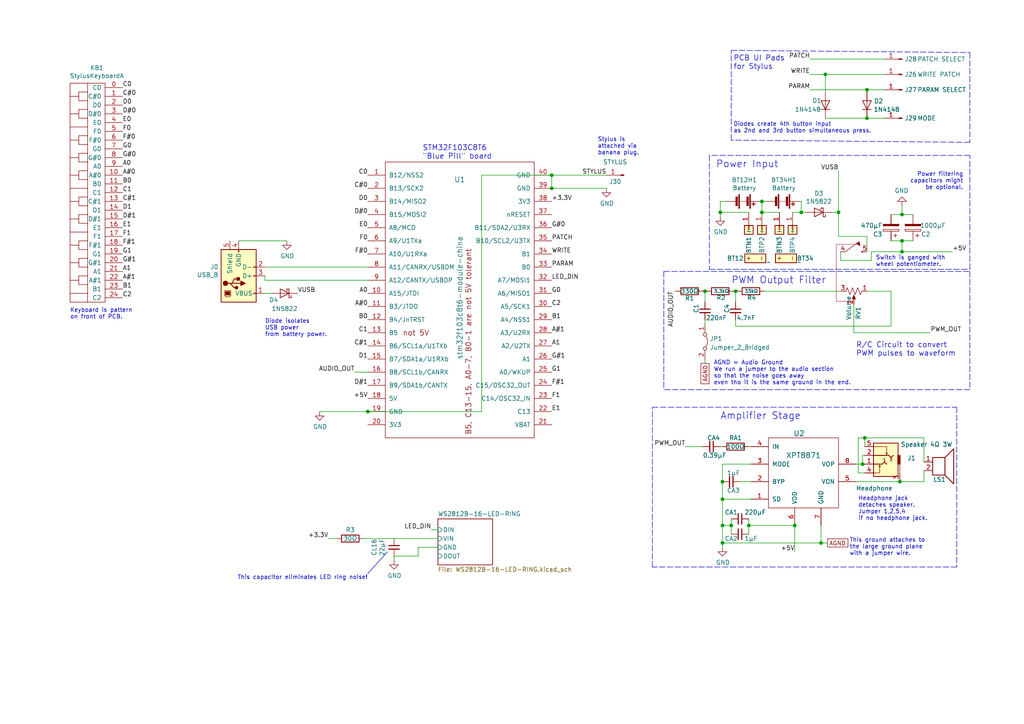
<source format=kicad_sch>
(kicad_sch (version 20211123) (generator eeschema)
  (paper "A4")
  (title_block (title "\"Stylish\" Trucker Belt Stylus Synthesizer") (date "2023-05-01") (rev "0.32") (company "SoftEgg") (comment 1 "V0.1 T.B. Trzepacz 2018/2/19") (comment 2 "V0.2 T.B. Trzepacz 2018/10/14 USB and headphone added. Diodes for buttons and power.") (comment 3 "V0.3 T.B. Trzepacz 2019/5/7 Amp volume control and power switch") (comment 4 "V0.3.1 T.B. Trzepacz 2019/5/16 Amp volume control change again."))
  (lib_symbols
    (symbol "Jumper:Jumper_2_Bridged" (pin_names (offset 0) hide)
      (property "Reference" "JP" (at 0 1.905 0))
      (property "Value" "Jumper_2_Bridged" (at 0 -2.54 0))
      (symbol "Jumper_2_Bridged_0_0"
        (circle (center -2.032 0) (radius 0.508))
        (circle (center 2.032 0) (radius 0.508))
      )
      (symbol "Jumper_2_Bridged_0_1"
        (arc (start 1.524 0.254) (mid 0 0.762) (end -1.524 0.254))
      )
      (symbol "Jumper_2_Bridged_1_1"
        (pin passive line (at -5.08 0 0) (length 2.54) (name "A") (number "1"))
        (pin passive line (at 5.08 0 180) (length 2.54) (name "B") (number "2"))
      )
    )
    (symbol "SoftEggKicadLib:AABatteryEnd" (pin_names (offset 1.016) hide)
      (property "Reference" "BT" (at 0 2.794 0))
      (property "Value" "AABatteryEnd" (at 0 -5.588 0))
      (symbol "AABatteryEnd_0_0"
        (text "+" (at 0 0.762 0) (effects (font (size 1.1938 1.1938))))
        (text "-" (at 0 -3.048 0) (effects (font (size 1.1938 1.1938))))
      )
      (symbol "AABatteryEnd_1_1"
        (rectangle (start -1.27 1.778) (end 1.27 -4.318) (stroke (width 0.254)) (fill (type background)))
      )
    )
    (symbol "SoftEggKicadLib:StylusKeyboardA" (pin_names (offset 1.016))
      (property "Reference" "KB" (at -10.16 3.81 0))
      (property "Value" "StylusKeyboardA" (at -16.51 -29.21 90))
      (symbol "StylusKeyboardA_0_1"
        (rectangle (start -10.16 -54.61) (end -12.7 -57.15))
        (rectangle (start -10.16 -49.53) (end -12.7 -52.07))
        (rectangle (start -10.16 -44.45) (end -12.7 -46.99))
        (rectangle (start -10.16 -36.83) (end -12.7 -39.37))
        (rectangle (start -10.16 -31.75) (end -12.7 -34.29))
        (rectangle (start -10.16 -24.13) (end -12.7 -26.67))
        (rectangle (start -10.16 -19.05) (end -12.7 -21.59))
        (rectangle (start -10.16 -13.97) (end -12.7 -16.51))
        (rectangle (start -10.16 -6.35) (end -12.7 -8.89))
        (rectangle (start -10.16 -1.27) (end -12.7 -3.81))
        (rectangle (start -5.08 1.27) (end -15.24 -62.23))
        (polyline (pts (xy -15.24 -59.69) (xy -10.16 -59.69)))
        (polyline (pts (xy -15.24 -55.88) (xy -12.7 -55.88)))
        (polyline (pts (xy -15.24 -50.8) (xy -12.7 -50.8)))
        (polyline (pts (xy -15.24 -45.72) (xy -12.7 -45.72)))
        (polyline (pts (xy -15.24 -41.91) (xy -10.16 -41.91)))
        (polyline (pts (xy -15.24 -38.1) (xy -12.7 -38.1)))
        (polyline (pts (xy -15.24 -33.02) (xy -12.7 -33.02)))
        (polyline (pts (xy -15.24 -29.21) (xy -10.16 -29.21)))
        (polyline (pts (xy -15.24 -25.4) (xy -15.24 -25.4)))
        (polyline (pts (xy -15.24 -20.32) (xy -12.7 -20.32)))
        (polyline (pts (xy -15.24 -11.43) (xy -10.16 -11.43)))
        (polyline (pts (xy -12.7 -25.4) (xy -15.24 -25.4)))
        (polyline (pts (xy -12.7 -15.24) (xy -15.24 -15.24)))
        (polyline (pts (xy -12.7 -15.24) (xy -12.7 -15.24)))
        (polyline (pts (xy -12.7 -7.62) (xy -15.24 -7.62)))
        (polyline (pts (xy -12.7 -2.54) (xy -15.24 -2.54)))
        (polyline (pts (xy -10.16 -57.15) (xy -10.16 -62.23)))
        (polyline (pts (xy -10.16 -52.07) (xy -10.16 -54.61)))
        (polyline (pts (xy -10.16 -46.99) (xy -10.16 -49.53)))
        (polyline (pts (xy -10.16 -39.37) (xy -10.16 -44.45)))
        (polyline (pts (xy -10.16 -34.29) (xy -10.16 -36.83)))
        (polyline (pts (xy -10.16 -26.67) (xy -10.16 -31.75)))
        (polyline (pts (xy -10.16 -21.59) (xy -10.16 -24.13)))
        (polyline (pts (xy -10.16 -16.51) (xy -10.16 -19.05)))
        (polyline (pts (xy -10.16 -3.81) (xy -10.16 -6.35)))
        (polyline (pts (xy -10.16 1.27) (xy -10.16 -1.27)))
        (polyline (pts (xy -10.16 -8.89) (xy -10.16 -13.97) (xy -10.16 -11.43)))
      )
      (symbol "StylusKeyboardA_1_1"
        (pin input line (at 0 0 180) (length 5.08) (name "C0") (number "0"))
        (pin input line (at 0 -2.54 180) (length 5.08) (name "C#0") (number "1"))
        (pin input line (at 0 -25.4 180) (length 5.08) (name "A#0") (number "10"))
        (pin input line (at 0 -27.94 180) (length 5.08) (name "B0") (number "11"))
        (pin input line (at 0 -30.48 180) (length 5.08) (name "C1") (number "12"))
        (pin input line (at 0 -33.02 180) (length 5.08) (name "C#1") (number "13"))
        (pin input line (at 0 -35.56 180) (length 5.08) (name "D1") (number "14"))
        (pin input line (at 0 -38.1 180) (length 5.08) (name "D#1") (number "15"))
        (pin input line (at 0 -40.64 180) (length 5.08) (name "E1") (number "16"))
        (pin input line (at 0 -43.18 180) (length 5.08) (name "F1") (number "17"))
        (pin input line (at 0 -45.72 180) (length 5.08) (name "F#1") (number "18"))
        (pin input line (at 0 -48.26 180) (length 5.08) (name "G1") (number "19"))
        (pin input line (at 0 -5.08 180) (length 5.08) (name "D0") (number "2"))
        (pin input line (at 0 -50.8 180) (length 5.08) (name "G#1") (number "20"))
        (pin input line (at 0 -53.34 180) (length 5.08) (name "A1") (number "21"))
        (pin input line (at 0 -55.88 180) (length 5.08) (name "A#1") (number "22"))
        (pin input line (at 0 -58.42 180) (length 5.08) (name "B1") (number "23"))
        (pin input line (at 0 -60.96 180) (length 5.08) (name "C2") (number "24"))
        (pin input line (at 0 -7.62 180) (length 5.08) (name "D#0") (number "3"))
        (pin input line (at 0 -10.16 180) (length 5.08) (name "E0") (number "4"))
        (pin input line (at 0 -12.7 180) (length 5.08) (name "F0") (number "5"))
        (pin input line (at 0 -15.24 180) (length 5.08) (name "F#0") (number "6"))
        (pin input line (at 0 -17.78 180) (length 5.08) (name "G0") (number "7"))
        (pin input line (at 0 -20.32 180) (length 5.08) (name "G#0") (number "8"))
        (pin input line (at 0 -22.86 180) (length 5.08) (name "A0") (number "9"))
      )
    )
    (symbol "SoftEggKicadLib:Switch_Pot" (pin_names (offset 1.016) hide)
      (property "Reference" "RS" (at -16.383 0.381 90))
      (property "Value" "Switch_Pot" (at 4.826 -0.508 90))
      (symbol "Switch_Pot_0_1"
        (circle (center -11.43 2.413) (radius 0.1778) (fill (type outline)))
        (polyline (pts (xy -11.43 -2.54) (xy -14.351 1.524)))
        (polyline (pts (xy 0 -2.286) (xy 0 -2.54)))
        (polyline (pts (xy 0 2.54) (xy 0 2.286)))
        (polyline (pts (xy 2.54 0) (xy 1.524 0)))
        (polyline (pts (xy -14.351 1.524) (xy -13.208 1.778) (xy -13.716 0.762) (xy -14.351 1.524)) (fill (type outline)))
        (polyline (pts (xy -13.589 0.381) (xy -13.589 -5.08) (xy 2.921 -5.08) (xy 2.921 0)) (stroke (width 0.1016)))
        (polyline (pts (xy 1.143 0) (xy 2.286 0.508) (xy 2.286 -0.508) (xy 1.143 0)) (fill (type outline)))
        (polyline (pts (xy 0 -0.762) (xy 1.016 -1.143) (xy 0 -1.524) (xy -1.016 -1.905) (xy 0 -2.286)))
        (polyline (pts (xy 0 0.762) (xy 1.016 0.381) (xy 0 0) (xy -1.016 -0.381) (xy 0 -0.762)))
        (polyline (pts (xy 0 2.286) (xy 1.016 1.905) (xy 0 1.524) (xy -1.016 1.143) (xy 0 0.762)))
      )
      (symbol "Switch_Pot_1_1"
        (pin passive line (at 0 3.81 270) (length 1.27) (name "1") (number "1"))
        (pin passive line (at 3.81 0 180) (length 1.27) (name "2") (number "2"))
        (pin passive line (at 0 -3.81 90) (length 1.27) (name "3") (number "3"))
        (pin passive line (at -11.43 -3.81 90) (length 1.27) (name "~") (number "4"))
        (pin passive line (at -11.43 3.81 270) (length 1.27) (name "~") (number "5"))
      )
    )
    (symbol "SoftEggKicadLib:XPT8871" (pin_names (offset 1.016))
      (property "Reference" "U" (at -1.27 11.43 0))
      (property "Value" "XPT8871" (at 0 5.08 0))
      (symbol "XPT8871_0_1"
        (rectangle (start -10.16 10.16) (end 10.16 -10.16))
      )
      (symbol "XPT8871_1_1"
        (pin input line (at -15.24 -7.62 0) (length 5.08) (name "SD") (number "1"))
        (pin input line (at -15.24 -2.54 0) (length 5.08) (name "BYP") (number "2"))
        (pin input line (at -15.24 2.54 0) (length 5.08) (name "MODE") (number "3"))
        (pin input line (at -15.24 7.62 0) (length 5.08) (name "IN") (number "4"))
        (pin input line (at 15.24 -2.54 180) (length 5.08) (name "VON") (number "5"))
        (pin input line (at -2.54 -15.24 90) (length 5.08) (name "VDD") (number "6"))
        (pin input line (at 5.08 -15.24 90) (length 5.08) (name "GND") (number "7"))
        (pin input line (at 15.24 2.54 180) (length 5.08) (name "VOP") (number "8"))
      )
    )
    (symbol "Stylish-Belt-Synth---Full-rescue:1N4148-diode" (pin_numbers hide) (pin_names (offset 1.016) hide)
      (property "Reference" "D" (at 0 2.54 0))
      (property "Value" "1N4148-diode" (at 0 -2.54 0))
      (symbol "1N4148-diode_0_1"
        (polyline (pts (xy -1.27 1.27) (xy -1.27 -1.27)) (stroke (width 0.2032)))
        (polyline (pts (xy 1.27 0) (xy -1.27 0)))
        (polyline (pts (xy 1.27 1.27) (xy 1.27 -1.27) (xy -1.27 0) (xy 1.27 1.27)) (stroke (width 0.2032)))
      )
      (symbol "1N4148-diode_1_1"
        (pin passive line (at -3.81 0 0) (length 2.54) (name "K") (number "1"))
        (pin passive line (at 3.81 0 180) (length 2.54) (name "A") (number "2"))
      )
    )
    (symbol "Stylish-Belt-Synth---Full-rescue:Audio-Jack-3_2Switches-conn" (pin_names (offset 1.016))
      (property "Reference" "J" (at 0 7.366 0))
      (property "Value" "Audio-Jack-3_2Switches-conn" (at -3.81 -5.08 0))
      (symbol "Audio-Jack-3_2Switches-conn_0_0"
        (rectangle (start -4.572 6.096) (end 2.54 -3.556) (stroke (width 0.254)) (fill (type background)))
        (polyline (pts (xy -5.08 -2.54) (xy -5.08 0)))
        (polyline (pts (xy -1.27 2.794) (xy -1.016 3.302)))
        (polyline (pts (xy 1.016 -0.762) (xy 0.762 -0.254)))
        (polyline (pts (xy 2.54 -2.54) (xy 0.762 -2.54) (xy 0.762 -0.254) (xy 0.508 -0.762)))
        (polyline (pts (xy 2.54 5.08) (xy -1.27 5.08) (xy -1.27 2.794) (xy -1.524 3.302)))
        (text "1" (at -0.635 1.27 0) (effects (font (size 0.762 0.762))))
        (text "2" (at -2.54 1.27 0) (effects (font (size 0.762 0.762))))
      )
      (symbol "Audio-Jack-3_2Switches-conn_0_1"
        (rectangle (start -4.445 0) (end -5.207 2.54) (fill (type outline)))
        (polyline (pts (xy -1.27 0) (xy -0.635 0.635) (xy 0 0) (xy 2.54 0)) (stroke (width 0.254)))
        (polyline (pts (xy 2.54 2.54) (xy -1.905 2.54) (xy -2.54 1.905) (xy -3.175 2.54)) (stroke (width 0.254)))
      )
      (symbol "Audio-Jack-3_2Switches-conn_1_1"
        (pin passive line (at 5.08 0 180) (length 2.54) (name "~") (number "1"))
        (pin passive line (at 5.08 2.54 180) (length 2.54) (name "~") (number "2"))
        (pin passive line (at -5.08 -5.08 90) (length 2.54) (name "~") (number "3"))
        (pin passive line (at 5.08 -2.54 180) (length 2.54) (name "~") (number "4"))
        (pin passive line (at 5.08 5.08 180) (length 2.54) (name "~") (number "5"))
      )
    )
    (symbol "Stylish-Belt-Synth---Full-rescue:Battery-device" (pin_numbers hide) (pin_names (offset 0) hide)
      (property "Reference" "BT" (at 2.54 2.54 0))
      (property "Value" "Battery-device" (at 2.54 0 0))
      (symbol "Battery-device_0_1"
        (rectangle (start -2.032 -1.397) (end 2.032 -1.651) (fill (type outline)))
        (rectangle (start -2.032 1.778) (end 2.032 1.524) (fill (type outline)))
        (rectangle (start -1.3208 -1.9812) (end 1.27 -2.4892) (fill (type outline)))
        (rectangle (start -1.3208 1.1938) (end 1.27 0.6858) (fill (type outline)))
        (polyline (pts (xy 0 -1.524) (xy 0 -1.27)))
        (polyline (pts (xy 0 -1.016) (xy 0 -0.762)))
        (polyline (pts (xy 0 -0.508) (xy 0 -0.254)))
        (polyline (pts (xy 0 0) (xy 0 0.254)))
        (polyline (pts (xy 0 0.508) (xy 0 0.762)))
        (polyline (pts (xy 0 1.778) (xy 0 2.54)))
        (polyline (pts (xy 0.254 2.667) (xy 1.27 2.667)) (stroke (width 0.254)))
        (polyline (pts (xy 0.762 3.175) (xy 0.762 2.159)) (stroke (width 0.254)))
      )
      (symbol "Battery-device_1_1"
        (pin passive line (at 0 5.08 270) (length 2.54) (name "+") (number "1"))
        (pin passive line (at 0 -5.08 90) (length 2.54) (name "-") (number "2"))
      )
    )
    (symbol "Stylish-Belt-Synth---Full-rescue:CP-device" (pin_numbers hide) (pin_names (offset 0.254))
      (property "Reference" "C" (at 0.635 2.54 0))
      (property "Value" "CP-device" (at 0.635 -2.54 0))
      (symbol "CP-device_0_1"
        (rectangle (start -2.286 0.508) (end 2.286 1.016))
        (polyline (pts (xy -1.778 2.286) (xy -0.762 2.286)))
        (polyline (pts (xy -1.27 2.794) (xy -1.27 1.778)))
        (rectangle (start 2.286 -0.508) (end -2.286 -1.016) (fill (type outline)))
      )
      (symbol "CP-device_1_1"
        (pin passive line (at 0 3.81 270) (length 2.794) (name "~") (number "1"))
        (pin passive line (at 0 -3.81 90) (length 2.794) (name "~") (number "2"))
      )
    )
    (symbol "Stylish-Belt-Synth---Full-rescue:C_Small-device" (pin_numbers hide) (pin_names (offset 0.254) hide)
      (property "Reference" "C" (at 0.254 1.778 0))
      (property "Value" "C_Small-device" (at 0.254 -2.032 0))
      (symbol "C_Small-device_0_1"
        (polyline (pts (xy -1.524 -0.508) (xy 1.524 -0.508)) (stroke (width 0.3302)))
        (polyline (pts (xy -1.524 0.508) (xy 1.524 0.508)) (stroke (width 0.3048)))
      )
      (symbol "C_Small-device_1_1"
        (pin passive line (at 0 2.54 270) (length 2.032) (name "~") (number "1"))
        (pin passive line (at 0 -2.54 90) (length 2.032) (name "~") (number "2"))
      )
    )
    (symbol "Stylish-Belt-Synth---Full-rescue:Conn_01x01-conn" (pin_names (offset 1.016) hide)
      (property "Reference" "J" (at 0 2.54 0))
      (property "Value" "Conn_01x01-conn" (at 0 -2.54 0))
      (symbol "Conn_01x01-conn_1_1"
        (rectangle (start -1.27 0.127) (end 0 -0.127) (stroke (width 0.1524)))
        (rectangle (start -1.27 1.27) (end 1.27 -1.27) (stroke (width 0.254)) (fill (type background)))
        (pin passive line (at -5.08 0 0) (length 3.81) (name "Pin_1") (number "1"))
      )
    )
    (symbol "Stylish-Belt-Synth---Full-rescue:Conn_01x01_Male-conn" (pin_names (offset 1.016) hide)
      (property "Reference" "J" (at 0 2.54 0))
      (property "Value" "Conn_01x01_Male-conn" (at 0 -2.54 0))
      (symbol "Conn_01x01_Male-conn_1_1"
        (polyline (pts (xy 1.27 0) (xy 0.8636 0)) (stroke (width 0.1524)))
        (rectangle (start 0.8636 0.127) (end 0 -0.127) (stroke (width 0.1524)) (fill (type outline)))
        (pin passive line (at 5.08 0 180) (length 3.81) (name "Pin_1") (number "1"))
      )
    )
    (symbol "Stylish-Belt-Synth---Full-rescue:D_Schottky-device" (pin_numbers hide) (pin_names (offset 1.016) hide)
      (property "Reference" "D" (at 0 2.54 0))
      (property "Value" "D_Schottky-device" (at 0 -2.54 0))
      (symbol "D_Schottky-device_0_1"
        (polyline (pts (xy 1.27 0) (xy -1.27 0)))
        (polyline (pts (xy 1.27 1.27) (xy 1.27 -1.27) (xy -1.27 0) (xy 1.27 1.27)) (stroke (width 0.2032)))
        (polyline (pts (xy -1.905 0.635) (xy -1.905 1.27) (xy -1.27 1.27) (xy -1.27 -1.27) (xy -0.635 -1.27) (xy -0.635 -0.635)) (stroke (width 0.2032)))
      )
      (symbol "D_Schottky-device_1_1"
        (pin passive line (at -3.81 0 0) (length 2.54) (name "K") (number "1"))
        (pin passive line (at 3.81 0 180) (length 2.54) (name "A") (number "2"))
      )
    )
    (symbol "Stylish-Belt-Synth---Full-rescue:R-device" (pin_numbers hide) (pin_names (offset 0))
      (property "Reference" "R" (at 2.032 0 90))
      (property "Value" "R-device" (at 0 0 90))
      (symbol "R-device_0_1"
        (rectangle (start -1.016 -2.54) (end 1.016 2.54) (stroke (width 0.254)))
      )
      (symbol "R-device_1_1"
        (pin passive line (at 0 3.81 270) (length 1.27) (name "~") (number "1"))
        (pin passive line (at 0 -3.81 90) (length 1.27) (name "~") (number "2"))
      )
    )
    (symbol "Stylish-Belt-Synth---Full-rescue:Speaker-device" (pin_names (offset 0) hide)
      (property "Reference" "LS" (at 1.27 5.715 0))
      (property "Value" "Speaker-device" (at 1.27 3.81 0))
      (symbol "Speaker-device_0_0"
        (rectangle (start -2.54 1.27) (end 1.016 -3.81) (stroke (width 0.254)))
        (polyline (pts (xy 1.016 1.27) (xy 3.556 3.81) (xy 3.556 -6.35) (xy 1.016 -3.81)) (stroke (width 0.254)))
      )
      (symbol "Speaker-device_1_1"
        (pin input line (at -5.08 0 0) (length 2.54) (name "1") (number "1"))
        (pin input line (at -5.08 -2.54 0) (length 2.54) (name "2") (number "2"))
      )
    )
    (symbol "Stylish-Belt-Synth---Full-rescue:USB_B-conn" (pin_names (offset 1.016))
      (property "Reference" "J" (at -5.08 11.43 0))
      (property "Value" "USB_B-conn" (at -5.08 8.89 0))
      (symbol "USB_B-conn_0_1"
        (rectangle (start -5.08 -7.62) (end 5.08 7.62) (stroke (width 0.254)) (fill (type background)))
        (circle (center -3.81 2.159) (radius 0.635) (stroke (width 0.254)) (fill (type outline)))
        (rectangle (start -3.81 5.588) (end -2.54 4.572) (fill (type outline)))
        (circle (center -0.635 3.429) (radius 0.381) (stroke (width 0.254)) (fill (type outline)))
        (rectangle (start -0.127 -7.62) (end 0.127 -6.858))
        (polyline (pts (xy -1.905 2.159) (xy 0.635 2.159)) (stroke (width 0.254)))
        (polyline (pts (xy -3.175 2.159) (xy -2.54 2.159) (xy -1.27 3.429) (xy -0.635 3.429)) (stroke (width 0.254)))
        (polyline (pts (xy -2.54 2.159) (xy -1.905 2.159) (xy -1.27 0.889) (xy 0 0.889)) (stroke (width 0.254)))
        (polyline (pts (xy 0.635 2.794) (xy 0.635 1.524) (xy 1.905 2.159) (xy 0.635 2.794)) (stroke (width 0.254)) (fill (type outline)))
        (polyline (pts (xy -4.064 4.318) (xy -2.286 4.318) (xy -2.286 5.715) (xy -2.667 6.096) (xy -3.683 6.096) (xy -4.064 5.715) (xy -4.064 4.318)))
        (rectangle (start 0.254 1.27) (end -0.508 0.508) (stroke (width 0.254)) (fill (type outline)))
        (rectangle (start 5.08 -2.667) (end 4.318 -2.413))
        (rectangle (start 5.08 -0.127) (end 4.318 0.127))
        (rectangle (start 5.08 4.953) (end 4.318 5.207))
      )
      (symbol "USB_B-conn_1_1"
        (pin power_out line (at 7.62 5.08 180) (length 2.54) (name "VBUS") (number "1"))
        (pin passive line (at 7.62 -2.54 180) (length 2.54) (name "D-") (number "2"))
        (pin passive line (at 7.62 0 180) (length 2.54) (name "D+") (number "3"))
        (pin power_out line (at 0 -10.16 90) (length 2.54) (name "GND") (number "4"))
        (pin passive line (at -2.54 -10.16 90) (length 2.54) (name "Shield") (number "5"))
      )
    )
    (symbol "Stylish-Belt-Synth---Full-rescue:stm32f103c8t6-module-china-stm32f103c8t6-module-china" (pin_names (offset 1.016))
      (property "Reference" "U" (at 0 34.29 0))
      (property "Value" "stm32f103c8t6-module-china-stm32f103c8t6-module-china" (at 0 0 90))
      (symbol "stm32f103c8t6-module-china-stm32f103c8t6-module-china_0_0"
        (text "B5, C13-15, A0-7, B0-1 are not 5V tolerant" (at 2.54 -12.7 900) (effects (font (size 1.524 1.524))))
        (text "not 5V" (at -12.7 -10.16 0) (effects (font (size 1.524 1.524))))
      )
      (symbol "stm32f103c8t6-module-china-stm32f103c8t6-module-china_0_1"
        (rectangle (start -21.59 39.37) (end 21.59 -40.64))
      )
      (symbol "stm32f103c8t6-module-china-stm32f103c8t6-module-china_1_1"
        (pin input line (at -26.67 35.56 0) (length 5.08) (name "B12/NSS2") (number "1"))
        (pin input line (at -26.67 1.27 0) (length 5.08) (name "A15/JTDI") (number "10"))
        (pin input line (at -26.67 -2.54 0) (length 5.08) (name "B3/JTDO") (number "11"))
        (pin input line (at -26.67 -6.35 0) (length 5.08) (name "B4/JnTRST") (number "12"))
        (pin input line (at -26.67 -10.16 0) (length 5.08) (name "B5") (number "13"))
        (pin input line (at -26.67 -13.97 0) (length 5.08) (name "B6/SCL1a/U1TXb") (number "14"))
        (pin input line (at -26.67 -17.78 0) (length 5.08) (name "B7/SDA1a/U1RXb") (number "15"))
        (pin input line (at -26.67 -21.59 0) (length 5.08) (name "B8/SCL1b/CANRX") (number "16"))
        (pin input line (at -26.67 -25.4 0) (length 5.08) (name "B9/SDA1b/CANTX") (number "17"))
        (pin input line (at -26.67 -29.21 0) (length 5.08) (name "5V") (number "18"))
        (pin input line (at -26.67 -33.02 0) (length 5.08) (name "GND") (number "19"))
        (pin input line (at -26.67 31.75 0) (length 5.08) (name "B13/SCK2") (number "2"))
        (pin input line (at -26.67 -36.83 0) (length 5.08) (name "3V3") (number "20"))
        (pin input line (at 26.67 -36.83 180) (length 5.08) (name "VBAT") (number "21"))
        (pin input line (at 26.67 -33.02 180) (length 5.08) (name "C13") (number "22"))
        (pin input line (at 26.67 -29.21 180) (length 5.08) (name "C14/OSC32_IN") (number "23"))
        (pin input line (at 26.67 -25.4 180) (length 5.08) (name "C15/OSC32_OUT") (number "24"))
        (pin input line (at 26.67 -21.59 180) (length 5.08) (name "A0/WKUP") (number "25"))
        (pin input line (at 26.67 -17.78 180) (length 5.08) (name "A1") (number "26"))
        (pin input line (at 26.67 -13.97 180) (length 5.08) (name "A2/U2TX") (number "27"))
        (pin input line (at 26.67 -10.16 180) (length 5.08) (name "A3/U2RX") (number "28"))
        (pin input line (at 26.67 -6.35 180) (length 5.08) (name "A4/NSS1") (number "29"))
        (pin input line (at -26.67 27.94 0) (length 5.08) (name "B14/MISO2") (number "3"))
        (pin input line (at 26.67 -2.54 180) (length 5.08) (name "A5/SCK1") (number "30"))
        (pin input line (at 26.67 1.27 180) (length 5.08) (name "A6/MISO1") (number "31"))
        (pin input line (at 26.67 5.08 180) (length 5.08) (name "A7/MOSI1") (number "32"))
        (pin input line (at 26.67 8.89 180) (length 5.08) (name "B0") (number "33"))
        (pin input line (at 26.67 12.7 180) (length 5.08) (name "B1") (number "34"))
        (pin input line (at 26.67 16.51 180) (length 5.08) (name "B10/SCL2/U3TX") (number "35"))
        (pin input line (at 26.67 20.32 180) (length 5.08) (name "B11/SDA2/U3RX") (number "36"))
        (pin input line (at 26.67 24.13 180) (length 5.08) (name "nRESET") (number "37"))
        (pin input line (at 26.67 27.94 180) (length 5.08) (name "3V3") (number "38"))
        (pin input line (at 26.67 31.75 180) (length 5.08) (name "GND") (number "39"))
        (pin input line (at -26.67 24.13 0) (length 5.08) (name "B15/MOSI2") (number "4"))
        (pin input line (at 26.67 35.56 180) (length 5.08) (name "GND") (number "40"))
        (pin input line (at -26.67 20.32 0) (length 5.08) (name "A8/MCO") (number "5"))
        (pin input line (at -26.67 16.51 0) (length 5.08) (name "A9/U1TXa") (number "6"))
        (pin input line (at -26.67 12.7 0) (length 5.08) (name "A10/U1RXa") (number "7"))
        (pin input line (at -26.67 8.89 0) (length 5.08) (name "A11/CANRX/USBDM") (number "8"))
        (pin input line (at -26.67 5.08 0) (length 5.08) (name "A12/CANTX/USBDP") (number "9"))
      )
    )
    (symbol "power:GND" (power) (pin_names (offset 0))
      (property "Value" "GND" (at 0 -3.81 0))
      (symbol "GND_0_1"
        (polyline (pts (xy 0 0) (xy 0 -1.27) (xy 1.27 -1.27) (xy 0 -2.54) (xy -1.27 -1.27) (xy 0 -1.27)))
      )
      (symbol "GND_1_1"
        (pin power_in line (at 0 0 270) (length 0) hide (name "GND") (number "1"))
      )
    )
  )
  (junction (at 238.125 157.48))
  (junction (at 230.505 152.4))
  (junction (at 261.62 69.85))
  (junction (at 261.62 73.025))
  (junction (at 239.395 21.59))
  (junction (at 217.17 152.4))
  (junction (at 232.41 61.595))
  (junction (at 160.02 50.8))
  (junction (at 251.46 34.29))
  (junction (at 260.985 139.7))
  (junction (at 212.09 152.4))
  (junction (at 204.47 84.455))
  (junction (at 261.62 62.23))
  (junction (at 106.68 119.38))
  (junction (at 250.19 134.62))
  (junction (at 250.825 127))
  (junction (at 209.55 152.4))
  (junction (at 209.55 139.7))
  (junction (at 209.55 144.78))
  (junction (at 213.36 84.455))
  (junction (at 160.02 54.61))
  (junction (at 208.915 61.595))
  (junction (at 209.55 157.48))
  (junction (at 251.46 26.035))
  (junction (at 220.98 58.42))
  (junction (at 220.98 61.595))
  (junction (at 243.205 61.595))
  (wire (pts (xy 267.97 139.7) (xy 267.97 136.525)))
  (wire (pts (xy 217.17 152.4) (xy 230.505 152.4)))
  (wire (pts (xy 213.36 94.615) (xy 258.445 94.615)))
  (wire (pts (xy 220.345 61.595) (xy 220.98 61.595)))
  (wire (pts (xy 251.46 84.455) (xy 258.445 84.455)))
  (polyline (pts (xy 281.305 45.085) (xy 205.74 45.085)))
  (wire (pts (xy 213.36 92.71) (xy 213.36 94.615)))
  (wire (pts (xy 212.725 84.455) (xy 213.36 84.455)))
  (wire (pts (xy 267.97 127) (xy 267.97 133.985)))
  (wire (pts (xy 220.98 61.595) (xy 226.06 61.595)))
  (wire (pts (xy 250.825 127) (xy 267.97 127)))
  (wire (pts (xy 232.41 61.595) (xy 233.68 61.595)))
  (wire (pts (xy 250.19 132.08) (xy 250.19 134.62)))
  (wire (pts (xy 209.55 129.54) (xy 208.915 129.54)))
  (polyline (pts (xy 281.305 78.105) (xy 281.305 45.085)))
  (wire (pts (xy 76.835 81.28) (xy 76.835 80.01)))
  (polyline (pts (xy 192.532 78.74) (xy 192.532 113.03)))
  (wire (pts (xy 212.09 152.4) (xy 209.55 152.4)))
  (wire (pts (xy 209.55 144.78) (xy 209.55 152.4)))
  (wire (pts (xy 250.825 132.08) (xy 250.19 132.08)))
  (wire (pts (xy 217.805 134.62) (xy 209.55 134.62)))
  (wire (pts (xy 260.985 139.7) (xy 267.97 139.7)))
  (wire (pts (xy 208.915 61.595) (xy 208.915 58.42)))
  (wire (pts (xy 121.285 158.75) (xy 121.285 161.29)))
  (wire (pts (xy 160.02 50.8) (xy 160.02 54.61)))
  (polyline (pts (xy 277.495 164.465) (xy 189.23 164.465)))
  (wire (pts (xy 243.205 68.58) (xy 243.205 61.595)))
  (polyline (pts (xy 277.495 118.11) (xy 277.495 164.465)))
  (wire (pts (xy 139.7 50.8) (xy 160.02 50.8)))
  (polyline (pts (xy 106.68 166.37) (xy 112.395 160.02)) (stroke (width 0) (type solid)))
  (wire (pts (xy 204.47 87.63) (xy 204.47 84.455)))
  (wire (pts (xy 261.62 69.85) (xy 258.445 69.85)))
  (wire (pts (xy 251.46 26.035) (xy 234.95 26.035)))
  (wire (pts (xy 261.62 62.23) (xy 261.62 59.69)))
  (polyline (pts (xy 189.23 118.11) (xy 277.495 118.11)))
  (polyline (pts (xy 212.09 14.605) (xy 281.305 15.24)))
  (wire (pts (xy 217.17 152.4) (xy 217.17 150.495)))
  (wire (pts (xy 160.02 54.61) (xy 175.895 54.61)))
  (wire (pts (xy 251.46 73.025) (xy 251.46 68.58)))
  (polyline (pts (xy 205.74 78.105) (xy 281.305 78.105)))
  (wire (pts (xy 252.73 73.025) (xy 252.73 75.565)))
  (wire (pts (xy 76.835 85.09) (xy 78.74 85.09)))
  (wire (pts (xy 217.805 144.78) (xy 209.55 144.78)))
  (wire (pts (xy 213.36 87.63) (xy 213.36 84.455)))
  (wire (pts (xy 239.395 34.29) (xy 251.46 34.29)))
  (wire (pts (xy 261.62 73.025) (xy 252.73 73.025)))
  (polyline (pts (xy 205.74 45.085) (xy 205.74 78.105)))
  (wire (pts (xy 160.02 50.8) (xy 175.895 50.8)))
  (wire (pts (xy 250.825 137.16) (xy 248.92 137.16)))
  (wire (pts (xy 221.615 84.455) (xy 243.84 84.455)))
  (wire (pts (xy 196.215 84.455) (xy 195.58 84.455)))
  (polyline (pts (xy 281.305 78.74) (xy 281.305 113.03)))
  (wire (pts (xy 220.98 58.42) (xy 222.25 58.42)))
  (wire (pts (xy 250.825 129.54) (xy 250.825 127)))
  (wire (pts (xy 212.09 152.4) (xy 212.09 154.94)))
  (wire (pts (xy 209.55 157.48) (xy 209.55 158.75)))
  (wire (pts (xy 252.73 75.565) (xy 243.84 75.565)))
  (wire (pts (xy 248.92 127) (xy 250.825 127)))
  (wire (pts (xy 239.395 21.59) (xy 234.95 21.59)))
  (wire (pts (xy 95.25 156.21) (xy 97.79 156.21)))
  (wire (pts (xy 139.7 119.38) (xy 139.7 50.8)))
  (wire (pts (xy 209.55 134.62) (xy 209.55 139.7)))
  (polyline (pts (xy 189.23 164.465) (xy 189.23 118.11)))
  (wire (pts (xy 247.65 96.52) (xy 269.875 96.52)))
  (wire (pts (xy 239.395 21.59) (xy 239.395 26.67)))
  (wire (pts (xy 251.46 26.035) (xy 256.54 26.035)))
  (wire (pts (xy 105.41 156.21) (xy 127 156.21)))
  (wire (pts (xy 251.46 34.29) (xy 256.54 34.29)))
  (wire (pts (xy 106.68 107.95) (xy 102.87 107.95)))
  (wire (pts (xy 127 158.75) (xy 121.285 158.75)))
  (wire (pts (xy 217.805 129.54) (xy 217.17 129.54)))
  (polyline (pts (xy 192.532 78.74) (xy 281.178 78.74)))
  (wire (pts (xy 256.54 17.145) (xy 234.95 17.145)))
  (wire (pts (xy 256.54 21.59) (xy 239.395 21.59)))
  (wire (pts (xy 248.285 139.7) (xy 260.985 139.7)))
  (wire (pts (xy 248.92 137.16) (xy 248.92 127)))
  (wire (pts (xy 208.915 58.42) (xy 210.82 58.42)))
  (wire (pts (xy 264.795 62.23) (xy 261.62 62.23)))
  (wire (pts (xy 127 153.67) (xy 125.095 153.67)))
  (wire (pts (xy 247.65 88.265) (xy 247.65 96.52)))
  (wire (pts (xy 204.47 84.455) (xy 205.105 84.455)))
  (wire (pts (xy 69.215 69.85) (xy 83.185 69.85)))
  (wire (pts (xy 217.17 154.94) (xy 217.17 152.4)))
  (wire (pts (xy 214.63 139.7) (xy 217.805 139.7)))
  (wire (pts (xy 264.795 69.85) (xy 261.62 69.85)))
  (wire (pts (xy 258.445 84.455) (xy 258.445 94.615)))
  (wire (pts (xy 208.915 61.595) (xy 208.915 62.865)))
  (wire (pts (xy 209.55 152.4) (xy 209.55 157.48)))
  (wire (pts (xy 203.835 84.455) (xy 204.47 84.455)))
  (wire (pts (xy 209.55 144.78) (xy 209.55 139.7)))
  (polyline (pts (xy 212.09 40.64) (xy 212.09 14.605)))
  (polyline (pts (xy 281.305 15.24) (xy 281.305 41.275)))
  (wire (pts (xy 106.68 77.47) (xy 76.835 77.47)))
  (wire (pts (xy 230.505 152.4) (xy 230.505 160.02)))
  (wire (pts (xy 232.41 58.42) (xy 232.41 61.595)))
  (wire (pts (xy 243.205 61.595) (xy 241.3 61.595)))
  (wire (pts (xy 220.98 61.595) (xy 220.98 58.42)))
  (polyline (pts (xy 281.305 41.275) (xy 212.09 40.64)))
  (wire (pts (xy 114.3 161.29) (xy 114.3 162.56)))
  (wire (pts (xy 238.125 157.48) (xy 240.03 157.48)))
  (wire (pts (xy 213.36 84.455) (xy 213.995 84.455)))
  (wire (pts (xy 229.87 61.595) (xy 232.41 61.595)))
  (wire (pts (xy 106.68 81.28) (xy 76.835 81.28)))
  (wire (pts (xy 106.68 119.38) (xy 92.71 119.38)))
  (wire (pts (xy 121.285 161.29) (xy 114.3 161.29)))
  (wire (pts (xy 212.09 150.495) (xy 212.09 152.4)))
  (wire (pts (xy 250.19 134.62) (xy 250.825 134.62)))
  (wire (pts (xy 198.755 129.54) (xy 203.835 129.54)))
  (wire (pts (xy 217.17 61.595) (xy 208.915 61.595)))
  (wire (pts (xy 209.55 157.48) (xy 238.125 157.48)))
  (polyline (pts (xy 281.305 113.03) (xy 192.532 113.03)))
  (wire (pts (xy 261.62 73.025) (xy 261.62 69.85)))
  (wire (pts (xy 261.62 73.025) (xy 276.225 73.025)))
  (wire (pts (xy 261.62 62.23) (xy 258.445 62.23)))
  (wire (pts (xy 238.125 157.48) (xy 238.125 152.4)))
  (wire (pts (xy 204.47 92.71) (xy 204.47 93.98)))
  (wire (pts (xy 251.46 26.67) (xy 251.46 26.035)))
  (wire (pts (xy 204.47 104.14) (xy 204.47 105.41)))
  (wire (pts (xy 243.205 49.53) (xy 243.205 61.595)))
  (wire (pts (xy 243.84 75.565) (xy 243.84 73.025)))
  (wire (pts (xy 106.68 119.38) (xy 139.7 119.38)))
  (wire (pts (xy 248.285 134.62) (xy 250.19 134.62)))
  (wire (pts (xy 251.46 68.58) (xy 243.205 68.58)))
  (text "This ground attaches to\nthe large ground plane\nwith a jumper wire." (at 246.38 161.29 0) (effects (font (size 1.1938 1.1938)) (justify left bottom)))
  (text "Stylus is\nattached via\nbanana plug." (at 173.355 45.085 0) (effects (font (size 1.1938 1.1938)) (justify left bottom)))
  (text "AGND = Audio Ground\nWe run a jumper to the audio section\nso that the noise goes away\neven tho it is the same ground in the end." (at 207.01 111.76 0) (effects (font (size 1.1938 1.1938)) (justify left bottom)))
  (text "Power filtering\ncapacitors might\nbe optional." (at 279.4 55.1688 180) (effects (font (size 1.1938 1.1938)) (justify right bottom)))
  (text "Amplifier Stage" (at 208.915 121.92 0) (effects (font (size 2.0066 2.0066)) (justify left bottom)))
  (text "PCB UI Pads\nfor Stylus" (at 212.725 20.32 0) (effects (font (size 1.524 1.524)) (justify left bottom)))
  (text "Diode isolates \nUSB power \nfrom battery power." (at 76.835 97.79 0) (effects (font (size 1.1938 1.1938)) (justify left bottom)))
  (text "Headphone jack \ndetaches speaker.\nJumper 1,2,5,4 \nif no headphone jack." (at 248.92 151.13 0) (effects (font (size 1.1938 1.1938)) (justify left bottom)))
  (text "Switch is ganged with \nwheel potentiometer." (at 254 77.47 0) (effects (font (size 1.1938 1.1938)) (justify left bottom)))
  (text "Diodes create 4th button input\nas 2nd and 3rd button simultaneous press." (at 212.725 38.735 0) (effects (font (size 1.1938 1.1938)) (justify left bottom)))
  (text "This capacitor eliminates LED ring noise!" (at 106.68 168.275 180) (effects (font (size 1.1938 1.1938)) (justify right bottom)))
  (text "R/C Circuit to convert \nPWM pulses to waveform" (at 248.285 103.505 0) (effects (font (size 1.524 1.524)) (justify left bottom)))
  (text "Keyboard is pattern \non front of PCB." (at 20.32 92.71 0) (effects (font (size 1.1938 1.1938)) (justify left bottom)))
  (text "PWM Output Filter" (at 212.09 82.55 0) (effects (font (size 2.0066 2.0066)) (justify left bottom)))
  (text "STM32F103C8T6\n\"Blue Pill\" board" (at 122.555 46.355 0) (effects (font (size 1.524 1.524)) (justify left bottom)))
  (text "Power Input" (at 207.645 48.895 0) (effects (font (size 2.0066 2.0066)) (justify left bottom)))
  (label "B1" (at 35.56 83.82 0))
  (label "G0" (at 35.56 43.18 0))
  (label "C2" (at 160.02 88.9 0))
  (label "WRITE" (at 160.02 73.66 0))
  (label "F#0" (at 35.56 40.64 0))
  (label "+5V" (at 230.505 160.02 180))
  (label "D0" (at 35.56 30.48 0))
  (label "PWM_OUT" (at 269.875 96.52 0))
  (label "PATCH" (at 160.02 69.85 0))
  (label "A#0" (at 35.56 50.8 0))
  (label "VUSB" (at 86.36 85.09 0))
  (label "A0" (at 35.56 48.26 0))
  (label "E0" (at 35.56 35.56 0))
  (label "F1" (at 160.02 115.57 0))
  (label "F0" (at 106.68 69.85 180))
  (label "D#1" (at 106.68 111.76 180))
  (label "WRITE" (at 234.95 21.59 180))
  (label "C#0" (at 35.56 27.94 0))
  (label "A1" (at 35.56 78.74 0))
  (label "A#1" (at 160.02 96.52 0))
  (label "B0" (at 106.68 92.71 180))
  (label "G1" (at 160.02 107.95 0))
  (label "D#1" (at 35.56 63.5 0))
  (label "VUSB" (at 243.205 49.53 180))
  (label "G#0" (at 35.56 45.72 0))
  (label "LED_DIN" (at 125.095 153.67 180))
  (label "C1" (at 35.56 55.88 0))
  (label "+3.3V" (at 160.02 58.42 0))
  (label "+5V" (at 276.225 73.025 0))
  (label "D#0" (at 35.56 33.02 0))
  (label "A1" (at 160.02 100.33 0))
  (label "C1" (at 106.68 96.52 180))
  (label "C#1" (at 106.68 100.33 180))
  (label "F#1" (at 160.02 111.76 0))
  (label "G#1" (at 160.02 104.14 0))
  (label "F0" (at 35.56 38.1 0))
  (label "F#0" (at 106.68 73.66 180))
  (label "AUDIO_OUT" (at 102.87 107.95 180))
  (label "PARAM" (at 160.02 77.47 0))
  (label "+5V" (at 106.68 115.57 180))
  (label "E1" (at 160.02 119.38 0))
  (label "G#0" (at 160.02 66.04 0))
  (label "C0" (at 106.68 50.8 180))
  (label "C2" (at 35.56 86.36 0))
  (label "G1" (at 35.56 73.66 0))
  (label "B1" (at 160.02 92.71 0))
  (label "D#0" (at 106.68 62.23 180))
  (label "A#1" (at 35.56 81.28 0))
  (label "C#0" (at 106.68 54.61 180))
  (label "A#0" (at 106.68 88.9 180))
  (label "D1" (at 106.68 104.14 180))
  (label "D0" (at 106.68 58.42 180))
  (label "E1" (at 35.56 66.04 0))
  (label "F1" (at 35.56 68.58 0))
  (label "PARAM" (at 234.95 26.035 180))
  (label "+3.3V" (at 95.25 156.21 180))
  (label "LED_DIN" (at 160.02 81.28 0))
  (label "C#1" (at 35.56 58.42 0))
  (label "STYLUS" (at 175.895 50.8 180))
  (label "C0" (at 35.56 25.4 0))
  (label "G#1" (at 35.56 76.2 0))
  (label "G0" (at 160.02 85.09 0))
  (label "AUDIO_OUT" (at 195.58 84.455 270))
  (label "D1" (at 35.56 60.96 0))
  (label "B0" (at 35.56 53.34 0))
  (label "PWM_OUT" (at 198.755 129.54 180))
  (label "PATCH" (at 234.95 17.145 180))
  (label "A0" (at 106.68 85.09 180))
  (label "F#1" (at 35.56 71.12 0))
  (label "E0" (at 106.68 66.04 180))
  (global_label "AGND" (shape passive) (at 240.03 157.48 0) (effects (font (size 1.1938 1.1938))) (property "Intersheet References" "${INTERSHEET_REFS}" (effects hide)))
  (global_label "AGND" (shape passive) (at 204.47 105.41 270) (effects (font (size 1.1938 1.1938))) (property "Intersheet References" "${INTERSHEET_REFS}" (effects hide)))
  (symbol (lib_id "Stylish-Belt-Synth---Full-rescue:Conn_01x01_Male-conn") (at 261.62 17.145 180) (unit 1)
    (property "Reference" "J28" (at 264.16 17.145 0))
    (property "Value" "PATCH SELECT" (at 266.065 17.145 0) (effects (justify right)))
    (property "Footprint" "SoftEggKiCAD:LargeRoundTouchPad" (effects hide))
  )
  (symbol (lib_id "Stylish-Belt-Synth---Full-rescue:Conn_01x01_Male-conn") (at 261.62 26.035 180) (unit 1)
    (property "Reference" "J27" (at 264.16 26.035 0))
    (property "Value" "PARAM SELECT" (at 266.065 26.035 0) (effects (justify right)))
    (property "Footprint" "SoftEggKiCAD:LargeRoundTouchPad" (effects hide))
  )
  (symbol (lib_id "Stylish-Belt-Synth---Full-rescue:Conn_01x01_Male-conn") (at 261.62 21.59 180) (unit 1)
    (property "Reference" "J26" (at 264.16 21.59 0))
    (property "Value" "WRITE PATCH" (at 266.065 21.59 0) (effects (justify right)))
    (property "Footprint" "SoftEggKiCAD:LargeRoundTouchPad" (effects hide))
  )
  (symbol (lib_id "Stylish-Belt-Synth---Full-rescue:stm32f103c8t6-module-china-stm32f103c8t6-module-china") (at 133.35 86.36 0) (unit 1)
    (property "Reference" "U1" (at 133.35 52.07 0) (effects (font (size 1.524 1.524))))
    (property "Value" "stm32f103c8t6-module-china" (at 133.35 86.36 90) (effects (font (size 1.524 1.524))))
    (property "Footprint" "SoftEggKiCAD:stm32f103c8t6-module-china-smd" (effects hide))
  )
  (symbol (lib_id "Stylish-Belt-Synth---Full-rescue:Conn_01x01_Male-conn") (at 261.62 34.29 180) (unit 1)
    (property "Reference" "J29" (at 264.16 34.29 0))
    (property "Value" "MODE" (at 266.065 34.29 0) (effects (justify right)))
    (property "Footprint" "SoftEggKiCAD:LargeRoundTouchPad" (effects hide))
  )
  (symbol (lib_id "Stylish-Belt-Synth---Full-rescue:Conn_01x01_Male-conn") (at 180.975 50.8 180) (unit 1)
    (property "Reference" "J30" (at 178.435 52.705 0))
    (property "Value" "STYLUS" (at 178.435 46.99 0))
    (property "Footprint" "SoftEggKiCAD:LargeRoundTouchPad" (effects hide))
  )
  (symbol (lib_id "Stylish-Belt-Synth---Full-rescue:C_Small-device") (at 204.47 90.17 0) (unit 1)
    (property "Reference" "C1" (at 201.93 90.805 90) (effects (justify left)))
    (property "Value" "220nF" (at 204.724 92.202 0) (effects (justify left)))
    (property "Footprint" "SoftEggKiCAD:C_Disc_D5.0mm_W2.5mm_P5.00mm+SMD" (effects hide))
  )
  (symbol (lib_id "Stylish-Belt-Synth---Full-rescue:R-device") (at 200.025 84.455 270) (unit 1)
    (property "Reference" "R1" (at 200.025 86.487 90))
    (property "Value" "330Ω" (at 200.025 84.455 90))
    (property "Footprint" "SoftEggKiCAD:R_Axial_DIN0204_L3.6mm_D1.6mm_P7.62mm_Horizontal+SMD804" (effects hide))
  )
  (symbol (lib_id "Stylish-Belt-Synth---Full-rescue:Speaker-device") (at 273.05 133.985 0) (unit 1)
    (property "Reference" "LS1" (at 274.32 139.065 0) (effects (justify right)))
    (property "Value" "Speaker 4Ω 3W" (at 276.225 128.905 0) (effects (justify right)))
    (property "Footprint" "Pin_Headers:Pin_Header_Straight_1x02_Pitch2.54mm" (effects hide))
  )
  (symbol (lib_id "SoftEggKicadLib:StylusKeyboardA") (at 35.56 25.4 0) (unit 1)
    (property "Reference" "KB1" (at 28.0924 19.685 0))
    (property "Value" "StylusKeyboardA" (at 28.0924 21.9964 0))
    (property "Footprint" "SoftEggKiCAD:MAGWestSynthContactKeybed" (effects hide))
  )
  (symbol (lib_id "power:GND") (at 92.71 119.38 0) (unit 1)
    (property "Reference" "#PWR0101" (effects hide))
    (property "Value" "GND" (at 92.837 123.7742 0))
  )
  (symbol (lib_id "power:GND") (at 208.915 62.865 0) (unit 1)
    (property "Reference" "#PWR0102" (effects hide))
    (property "Value" "GND" (at 209.042 67.2592 0))
  )
  (symbol (lib_id "power:GND") (at 114.3 162.56 0) (unit 1)
    (property "Reference" "#PWR0103" (effects hide))
    (property "Value" "GND" (at 114.427 166.9542 0))
  )
  (symbol (lib_id "power:GND") (at 175.895 54.61 0) (unit 1)
    (property "Reference" "#PWR0104" (effects hide))
    (property "Value" "GND" (at 176.022 59.0042 0))
  )
  (symbol (lib_id "power:GND") (at 209.55 158.75 0) (unit 1)
    (property "Reference" "#PWR0105" (effects hide))
    (property "Value" "GND" (at 209.677 163.1442 0))
  )
  (symbol (lib_id "Stylish-Belt-Synth---Full-rescue:1N4148-diode") (at 239.395 30.48 90) (unit 1)
    (property "Reference" "D1" (at 235.585 29.21 90) (effects (justify right)))
    (property "Value" "1N4148" (at 230.505 31.75 90) (effects (justify right)))
    (property "Footprint" "SoftEggKiCAD:D_DO-35_SOD27_P7.62mm_Horizontal+SMD" (effects hide))
    (property "Datasheet" "http://www.nxp.com/documents/data_sheet/1N4148_1N4448.pdf" (effects hide))
  )
  (symbol (lib_id "Stylish-Belt-Synth---Full-rescue:1N4148-diode") (at 251.46 30.48 90) (unit 1)
    (property "Reference" "D2" (at 253.4666 29.3116 90) (effects (justify right)))
    (property "Value" "1N4148" (at 253.365 31.75 90) (effects (justify right)))
    (property "Footprint" "SoftEggKiCAD:D_DO-35_SOD27_P7.62mm_Horizontal+SMD" (effects hide))
    (property "Datasheet" "http://www.nxp.com/documents/data_sheet/1N4148_1N4448.pdf" (effects hide))
  )
  (symbol (lib_id "Stylish-Belt-Synth---Full-rescue:USB_B-conn") (at 69.215 80.01 0) (mirror x) (unit 1)
    (property "Reference" "J0" (at 63.373 77.4192 0) (effects (justify right)))
    (property "Value" "USB_B" (at 63.373 79.7306 0) (effects (justify right)))
    (property "Footprint" "Connectors:USB_B" (effects hide))
  )
  (symbol (lib_id "power:GND") (at 83.185 69.85 0) (unit 1)
    (property "Reference" "#PWR0107" (effects hide))
    (property "Value" "GND" (at 83.312 74.2442 0))
  )
  (symbol (lib_id "Stylish-Belt-Synth---Full-rescue:Audio-Jack-3_2Switches-conn") (at 255.905 134.62 0) (mirror y) (unit 1)
    (property "Reference" "J1" (at 263.1948 132.842 0) (effects (justify right)))
    (property "Value" "Headphone" (at 248.285 141.605 0) (effects (justify right)))
    (property "Footprint" "Connectors:Stereo_Jack_3.5mm_Switch_Ledino_KB3SPRS" (effects hide))
  )
  (symbol (lib_id "Stylish-Belt-Synth---Full-rescue:D_Schottky-device") (at 237.49 61.595 180) (unit 1)
    (property "Reference" "D3" (at 237.49 56.1086 0))
    (property "Value" "1N5822" (at 237.49 58.42 0))
    (property "Footprint" "SoftEggKiCAD:D_DO-35_SOD27_P7.62mm_Horizontal+SMD" (effects hide))
  )
  (symbol (lib_id "Stylish-Belt-Synth---Full-rescue:D_Schottky-device") (at 82.55 85.09 180) (unit 1)
    (property "Reference" "D4" (at 79.375 86.995 0))
    (property "Value" "1N5822" (at 82.55 89.535 0))
    (property "Footprint" "SoftEggKiCAD:D_DO-35_SOD27_P7.62mm_Horizontal+SMD" (effects hide))
  )
  (symbol (lib_id "SoftEggKicadLib:XPT8871") (at 233.045 137.16 0) (unit 1)
    (property "Reference" "U2" (at 231.775 125.73 0) (effects (font (size 1.524 1.524))))
    (property "Value" "XPT8871" (at 233.045 132.08 0) (effects (font (size 1.524 1.524))))
    (property "Footprint" "SMD_Packages:SOIC-8-N" (effects hide))
  )
  (symbol (lib_id "Stylish-Belt-Synth---Full-rescue:C_Small-device") (at 214.63 154.94 270) (unit 1)
    (property "Reference" "CA2" (at 210.185 156.21 90) (effects (justify left)))
    (property "Value" "1μF" (at 215.9 156.21 90) (effects (justify left)))
    (property "Footprint" "SoftEggKiCAD:C_Disc_D5.0mm_W2.5mm_P5.00mm+SMD" (effects hide))
  )
  (symbol (lib_id "Stylish-Belt-Synth---Full-rescue:C_Small-device") (at 214.63 150.495 270) (unit 1)
    (property "Reference" "CA1" (at 210.185 148.59 90) (effects (justify left)))
    (property "Value" "220µF" (at 215.9 148.59 90) (effects (justify left)))
    (property "Footprint" "SoftEggKiCAD:C_Disc_D5.0mm_W2.5mm_P5.00mm+SMD" (effects hide))
  )
  (symbol (lib_id "Stylish-Belt-Synth---Full-rescue:C_Small-device") (at 206.375 129.54 270) (unit 1)
    (property "Reference" "CA4" (at 205.105 127 90) (effects (justify left)))
    (property "Value" "0.39μF" (at 203.835 132.08 90) (effects (justify left)))
    (property "Footprint" "SoftEggKiCAD:C_Disc_D5.0mm_W2.5mm_P5.00mm+SMD" (effects hide))
  )
  (symbol (lib_id "Stylish-Belt-Synth---Full-rescue:C_Small-device") (at 212.09 139.7 270) (unit 1)
    (property "Reference" "CA3" (at 210.82 142.24 90) (effects (justify left)))
    (property "Value" "1μF" (at 210.82 137.16 90) (effects (justify left)))
    (property "Footprint" "Capacitors_ThroughHole:CP_Radial_Tantal_D4.5mm_P2.50mm" (effects hide))
  )
  (symbol (lib_id "Stylish-Belt-Synth---Full-rescue:R-device") (at 213.36 129.54 270) (unit 1)
    (property "Reference" "RA1" (at 213.36 127 90))
    (property "Value" "100Ω" (at 213.36 129.54 90))
    (property "Footprint" "SoftEggKiCAD:R_Axial_DIN0204_L3.6mm_D1.6mm_P7.62mm_Horizontal+SMD804" (effects hide))
  )
  (symbol (lib_id "Stylish-Belt-Synth---Full-rescue:R-device") (at 208.915 84.455 270) (unit 1)
    (property "Reference" "R2" (at 207.772 86.36 90) (effects (justify left)))
    (property "Value" "3.3kΩ" (at 207.01 84.455 90) (effects (font (size 0.9906 0.9906)) (justify left)))
    (property "Footprint" "SoftEggKiCAD:R_Axial_DIN0204_L3.6mm_D1.6mm_P7.62mm_Horizontal+SMD804" (effects hide))
  )
  (symbol (lib_id "SoftEggKicadLib:Switch_Pot") (at 247.65 84.455 270) (unit 1)
    (property "Reference" "RV1" (at 248.92 90.805 0))
    (property "Value" "Volume" (at 246.126 89.3064 0))
    (property "Footprint" "SoftEggKiCAD:Wheel_Pot_W_Switch_RV12_B103_FUSTAR" (effects hide))
  )
  (symbol (lib_id "Stylish-Belt-Synth---Full-rescue:R-device") (at 101.6 156.21 270) (unit 1)
    (property "Reference" "R3" (at 101.6 153.67 90))
    (property "Value" "30Ω" (at 101.6 156.21 90))
    (property "Footprint" "SoftEggKiCAD:R_Axial_DIN0204_L3.6mm_D1.6mm_P7.62mm_Horizontal+SMD804" (effects hide))
  )
  (symbol (lib_id "Stylish-Belt-Synth---Full-rescue:Conn_01x01-conn") (at 217.17 66.675 270) (unit 1)
    (property "Reference" "BTN1" (at 217.17 68.58 0) (effects (justify left)))
    (property "Value" "-" (at 216.281 67.056 90) (effects (justify left)))
    (property "Footprint" "SoftEggKiCAD:AA_Battery_-_Terminal" (effects hide))
  )
  (symbol (lib_id "Stylish-Belt-Synth---Full-rescue:Conn_01x01-conn") (at 220.98 66.675 270) (unit 1)
    (property "Reference" "BTP2" (at 220.98 68.58 0) (effects (justify left)))
    (property "Value" "+" (at 220.091 67.056 90) (effects (justify left)))
    (property "Footprint" "SoftEggKiCAD:AA_Battery_+_Terminal" (effects hide))
  )
  (symbol (lib_id "Stylish-Belt-Synth---Full-rescue:Conn_01x01-conn") (at 226.06 66.675 270) (unit 1)
    (property "Reference" "BTN3" (at 226.06 68.58 0) (effects (justify left)))
    (property "Value" "-" (at 225.171 67.056 90) (effects (justify left)))
    (property "Footprint" "SoftEggKiCAD:AA_Battery_-_Terminal" (effects hide))
  )
  (symbol (lib_id "Stylish-Belt-Synth---Full-rescue:Conn_01x01-conn") (at 229.87 66.675 270) (unit 1)
    (property "Reference" "BTP4" (at 229.87 68.58 0) (effects (justify left)))
    (property "Value" "+" (at 228.981 67.056 90) (effects (justify left)))
    (property "Footprint" "SoftEggKiCAD:AA_Battery_+_Terminal" (effects hide))
  )
  (symbol (lib_id "SoftEggKicadLib:AABatteryEnd") (at 217.805 74.93 90) (unit 1)
    (property "Reference" "BT12" (at 210.82 74.93 90) (effects (justify right)))
    (property "Value" "~" (at 222.377 76.073 90) (effects (justify right)))
    (property "Footprint" "SoftEggKiCAD:AA_Battery_Dual_Terminal" (effects hide))
  )
  (symbol (lib_id "SoftEggKicadLib:AABatteryEnd") (at 226.695 74.93 90) (unit 1)
    (property "Reference" "BT34" (at 231.14 74.93 90) (effects (justify right)))
    (property "Value" "~" (at 231.267 76.073 90) (effects (justify right)))
    (property "Footprint" "SoftEggKiCAD:AA_Battery_Dual_Terminal" (effects hide))
  )
  (symbol (lib_id "Stylish-Belt-Synth---Full-rescue:CP-device") (at 258.445 66.04 180) (unit 1)
    (property "Reference" "C3" (at 255.905 67.945 0) (effects (justify left)))
    (property "Value" "470μF" (at 255.905 65.405 0) (effects (justify left)))
    (property "Footprint" "Capacitors_ThroughHole:CP_Radial_D10.0mm_P5.00mm" (effects hide))
  )
  (symbol (lib_id "Stylish-Belt-Synth---Full-rescue:CP-device") (at 264.795 66.04 180) (unit 1)
    (property "Reference" "C2" (at 269.875 67.945 0) (effects (justify left)))
    (property "Value" "1000μF" (at 274.32 65.405 0) (effects (justify left)))
    (property "Footprint" "Capacitors_ThroughHole:CP_Radial_D10.0mm_P5.00mm" (effects hide))
  )
  (symbol (lib_id "power:GND") (at 261.62 59.69 180) (unit 1)
    (property "Reference" "#PWR0125" (effects hide))
    (property "Value" "GND" (at 261.493 55.2958 0))
  )
  (symbol (lib_id "Stylish-Belt-Synth---Full-rescue:Battery-device") (at 215.9 58.42 270) (unit 1)
    (property "Reference" "BT12H1" (at 215.9 52.197 90))
    (property "Value" "Battery" (at 215.9 54.5084 90))
    (property "Footprint" "Battery_Holders:BatteryHolder_Keystone_2462_2xAA" (effects hide))
  )
  (symbol (lib_id "Stylish-Belt-Synth---Full-rescue:Battery-device") (at 227.33 58.42 270) (unit 1)
    (property "Reference" "BT34H1" (at 227.33 52.197 90))
    (property "Value" "Battery" (at 227.33 54.5084 90))
    (property "Footprint" "Battery_Holders:BatteryHolder_Keystone_2462_2xAA" (effects hide))
  )
  (symbol (lib_id "Stylish-Belt-Synth---Full-rescue:C_Small-device") (at 114.3 158.75 0) (unit 1)
    (property "Reference" "CL16" (at 108.5088 158.75 90))
    (property "Value" "22µF" (at 110.8202 158.75 90))
    (property "Footprint" "SoftEggKiCAD:C_Disc_D5.0mm_W2.5mm_P5.00mm+SMD" (effects hide))
  )
  (symbol (lib_id "Stylish-Belt-Synth---Full-rescue:R-device") (at 217.805 84.455 270) (unit 1)
    (property "Reference" "R4" (at 216.662 86.36 90) (effects (justify left)))
    (property "Value" "33kΩ" (at 215.9 84.455 90) (effects (font (size 0.9906 0.9906)) (justify left)))
    (property "Footprint" "SoftEggKiCAD:R_Axial_DIN0204_L3.6mm_D1.6mm_P7.62mm_Horizontal+SMD804" (effects hide))
  )
  (symbol (lib_id "Stylish-Belt-Synth---Full-rescue:C_Small-device") (at 213.36 90.17 0) (unit 1)
    (property "Reference" "C4" (at 210.82 90.805 90) (effects (justify left)))
    (property "Value" "4.7nF" (at 213.614 92.202 0) (effects (justify left)))
    (property "Footprint" "SoftEggKiCAD:C_Disc_D5.0mm_W2.5mm_P5.00mm+SMD" (effects hide))
  )
  (symbol (lib_id "Jumper:Jumper_2_Bridged") (at 204.47 99.06 270) (unit 1)
    (property "Reference" "JP1" (at 205.867 98.2253 90) (effects (justify left)))
    (property "Value" "Jumper_2_Bridged" (at 205.867 100.7622 90) (effects (justify left)))
  )
  (sheet (at 127 150.495) (size 15.875 13.335)
    (property "Sheet name" "WS2812B-16-LED-RING" (at 127 149.7834 0) (effects (justify left bottom)))
    (property "Sheet file" "WS2812B-16-LED-RING.kicad_sch" (at 127 164.4146 0) (effects (justify left top)))
    (pin "DIN" input (at 127 153.67 180))
    (pin "VIN" input (at 127 156.21 180))
    (pin "DOUT" input (at 127 161.29 180))
    (pin "GND" input (at 127 158.75 180))
  )
)
</source>
